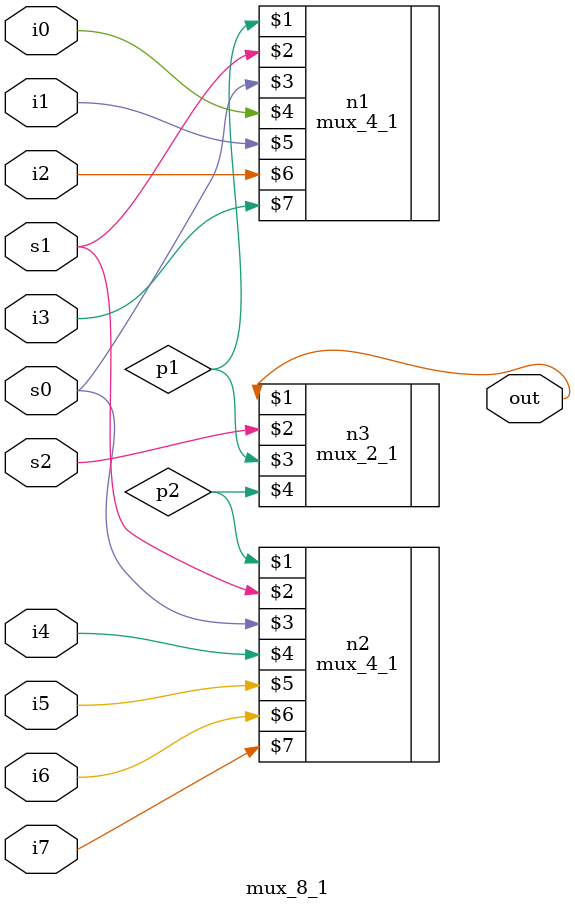
<source format=v>
module mux_8_1(out,s2,s1,s0,i0,i1,i2,i3,i4,i5,i6,i7);
input i0,i1,i2,i3,i4,i5,i6,i7;
input s2,s1,s0;
output out;

mux_4_1 n1(p1,s1,s0,i0,i1,i2,i3);
mux_4_1 n2(p2,s1,s0,i4,i5,i6,i7);

mux_2_1 n3(out,s2,p1,p2);

endmodule

</source>
